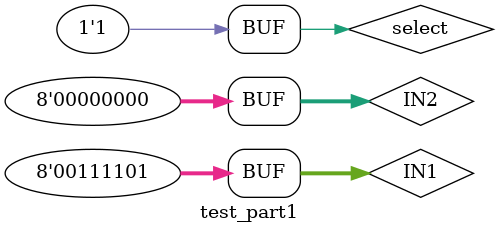
<source format=v>
`timescale 1ns / 1ps


module test_part1();
    reg[7:0]    IN1, IN2;
    reg         select;
    wire[7:0]   OUT;
    
    part1 uut (.data_in1(IN1), .data_in2(IN2), .select(select), .data_out(OUT));
    
    initial begin
        IN1 = 8'hAB;  IN2 = 8'hE2;  select = 1'b0;  #100;
        IN1 = 8'h08;  IN2 = 8'hBB;  select = 1'b1;  #100;
        IN1 = 8'hF2;  IN2 = 8'h90;  select = 1'b0;  #100;
        IN1 = 8'hCC;  IN2 = 8'h54;  select = 1'b1;  #100;
        IN1 = 8'h67;  IN2 = 8'hC3;  select = 1'b0;  #100;
        IN1 = 8'h49;  IN2 = 8'h4E;  select = 1'b1;  #100;
        IN1 = 8'hB1;  IN2 = 8'hFF;  select = 1'b0;  #100;
        IN1 = 8'h00;  IN2 = 8'hA9;  select = 1'b1;  #100;
        IN1 = 8'hFF;  IN2 = 8'h3B;  select = 1'b0;  #100;
        IN1 = 8'h3D;  IN2 = 8'h00;  select = 1'b1;  #100;
    end
endmodule

</source>
